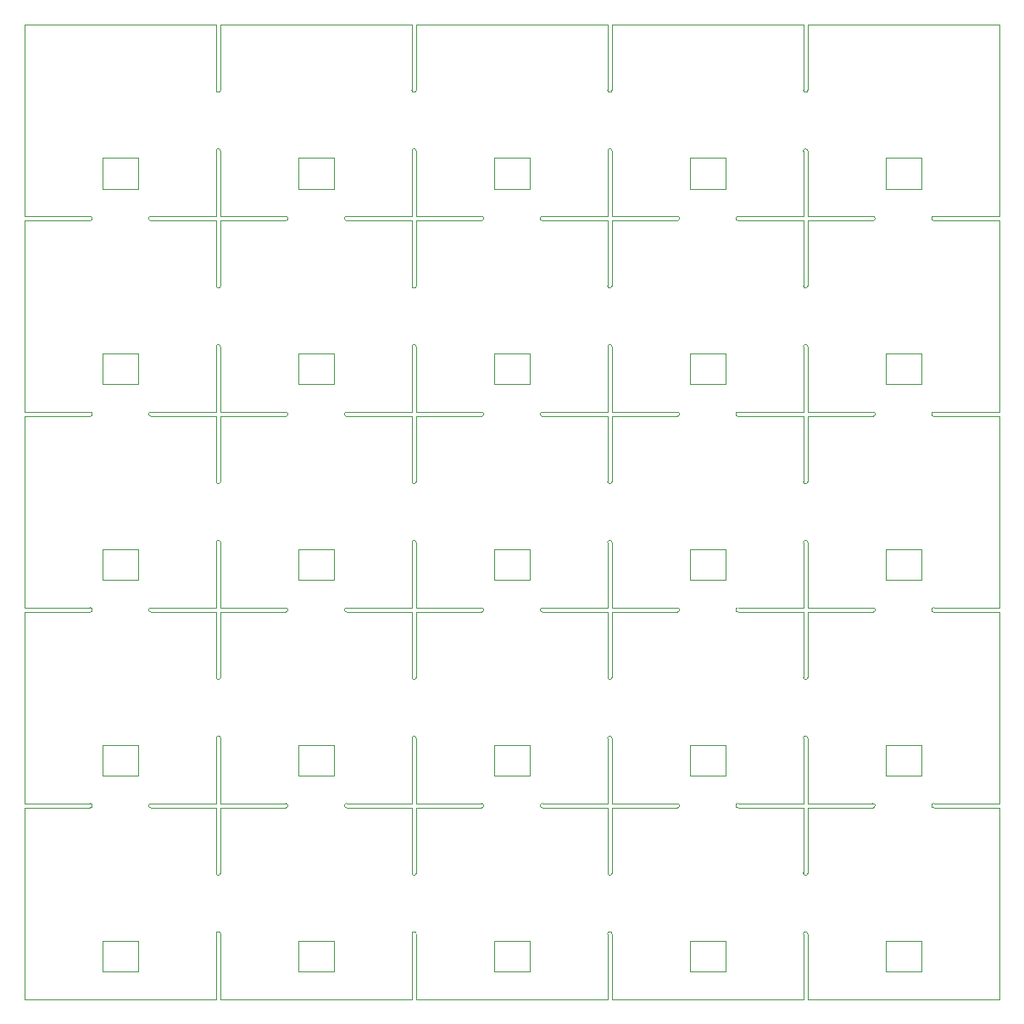
<source format=gbr>
%TF.GenerationSoftware,KiCad,Pcbnew,(5.1.9)-1*%
%TF.CreationDate,2021-03-09T21:07:52+01:00*%
%TF.ProjectId,cell,63656c6c-2e6b-4696-9361-645f70636258,rev?*%
%TF.SameCoordinates,Original*%
%TF.FileFunction,Profile,NP*%
%FSLAX46Y46*%
G04 Gerber Fmt 4.6, Leading zero omitted, Abs format (unit mm)*
G04 Created by KiCad (PCBNEW (5.1.9)-1) date 2021-03-09 21:07:52*
%MOMM*%
%LPD*%
G01*
G04 APERTURE LIST*
%TA.AperFunction,Profile*%
%ADD10C,0.100000*%
%TD*%
%TA.AperFunction,Profile*%
%ADD11C,0.120000*%
%TD*%
G04 APERTURE END LIST*
D10*
X187500000Y-152900000D02*
X187500000Y-159000000D01*
X187500000Y-133350000D02*
X187500000Y-139450000D01*
X187500000Y-113800000D02*
X187500000Y-119900000D01*
X187500000Y-94250000D02*
X187500000Y-100350000D01*
X187500000Y-74700000D02*
X187500000Y-80800000D01*
X174900000Y-165500000D02*
X181000000Y-165500000D01*
X155350000Y-165500000D02*
X161450000Y-165500000D01*
X135800000Y-165500000D02*
X141900000Y-165500000D01*
X116250000Y-165500000D02*
X122350000Y-165500000D01*
X96700000Y-165500000D02*
X102800000Y-165500000D01*
X90200000Y-152900000D02*
X90200000Y-159000000D01*
X90200000Y-133350000D02*
X90200000Y-139450000D01*
X90200000Y-113800000D02*
X90200000Y-119900000D01*
X90200000Y-94250000D02*
X90200000Y-100350000D01*
X90200000Y-74700000D02*
X90200000Y-80800000D01*
X174900000Y-68200000D02*
X181000000Y-68200000D01*
X155350000Y-68200000D02*
X161450000Y-68200000D01*
X135800000Y-68200000D02*
X141900000Y-68200000D01*
X116250000Y-68200000D02*
X122350000Y-68200000D01*
X96700000Y-68200000D02*
X102800000Y-68200000D01*
X168400000Y-146400000D02*
X168400000Y-152900000D01*
X148850000Y-146400000D02*
X148850000Y-152900000D01*
X129300000Y-146400000D02*
X129300000Y-152900000D01*
X109750000Y-146400000D02*
X109750000Y-152900000D01*
X90200000Y-146400000D02*
X90200000Y-152900000D01*
X168400000Y-126850000D02*
X168400000Y-133350000D01*
X148850000Y-126850000D02*
X148850000Y-133350000D01*
X129300000Y-126850000D02*
X129300000Y-133350000D01*
X109750000Y-126850000D02*
X109750000Y-133350000D01*
X90200000Y-126850000D02*
X90200000Y-133350000D01*
X168400000Y-107300000D02*
X168400000Y-113800000D01*
X148850000Y-107300000D02*
X148850000Y-113800000D01*
X129300000Y-107300000D02*
X129300000Y-113800000D01*
X109750000Y-107300000D02*
X109750000Y-113800000D01*
X90200000Y-107300000D02*
X90200000Y-113800000D01*
X168400000Y-87750000D02*
X168400000Y-94250000D01*
X148850000Y-87750000D02*
X148850000Y-94250000D01*
X129300000Y-87750000D02*
X129300000Y-94250000D01*
X109750000Y-87750000D02*
X109750000Y-94250000D01*
X90200000Y-87750000D02*
X90200000Y-94250000D01*
X168400000Y-68200000D02*
X168400000Y-74700000D01*
X148850000Y-68200000D02*
X148850000Y-74700000D01*
X129300000Y-68200000D02*
X129300000Y-74700000D01*
X109750000Y-68200000D02*
X109750000Y-74700000D01*
X181000000Y-165500000D02*
X187500000Y-165500000D01*
X161450000Y-165500000D02*
X167950000Y-165500000D01*
X141900000Y-165500000D02*
X148400000Y-165500000D01*
X122350000Y-165500000D02*
X128850000Y-165500000D01*
X102800000Y-165500000D02*
X109300000Y-165500000D01*
X181000000Y-145950000D02*
X187500000Y-145950000D01*
X161450000Y-145950000D02*
X167950000Y-145950000D01*
X141900000Y-145950000D02*
X148400000Y-145950000D01*
X122350000Y-145950000D02*
X128850000Y-145950000D01*
X102800000Y-145950000D02*
X109300000Y-145950000D01*
X181000000Y-126400000D02*
X187500000Y-126400000D01*
X161450000Y-126400000D02*
X167950000Y-126400000D01*
X141900000Y-126400000D02*
X148400000Y-126400000D01*
X122350000Y-126400000D02*
X128850000Y-126400000D01*
X102800000Y-126400000D02*
X109300000Y-126400000D01*
X181000000Y-106850000D02*
X187500000Y-106850000D01*
X161450000Y-106850000D02*
X167950000Y-106850000D01*
X141900000Y-106850000D02*
X148400000Y-106850000D01*
X122350000Y-106850000D02*
X128850000Y-106850000D01*
X102800000Y-106850000D02*
X109300000Y-106850000D01*
X181000000Y-87300000D02*
X187500000Y-87300000D01*
X161450000Y-87300000D02*
X167950000Y-87300000D01*
X141900000Y-87300000D02*
X148400000Y-87300000D01*
X122350000Y-87300000D02*
X128850000Y-87300000D01*
X168400000Y-165500000D02*
X174900000Y-165500000D01*
X148850000Y-165500000D02*
X155350000Y-165500000D01*
X129300000Y-165500000D02*
X135800000Y-165500000D01*
X109750000Y-165500000D02*
X116250000Y-165500000D01*
X90200000Y-165500000D02*
X96700000Y-165500000D01*
X168400000Y-145950000D02*
X174900000Y-145950000D01*
X148850000Y-145950000D02*
X155350000Y-145950000D01*
X129300000Y-145950000D02*
X135800000Y-145950000D01*
X109750000Y-145950000D02*
X116250000Y-145950000D01*
X90200000Y-145950000D02*
X96700000Y-145950000D01*
X168400000Y-126400000D02*
X174900000Y-126400000D01*
X148850000Y-126400000D02*
X155350000Y-126400000D01*
X129300000Y-126400000D02*
X135800000Y-126400000D01*
X109750000Y-126400000D02*
X116250000Y-126400000D01*
X90200000Y-126400000D02*
X96700000Y-126400000D01*
X168400000Y-106850000D02*
X174900000Y-106850000D01*
X148850000Y-106850000D02*
X155350000Y-106850000D01*
X129300000Y-106850000D02*
X135800000Y-106850000D01*
X109750000Y-106850000D02*
X116250000Y-106850000D01*
X90200000Y-106850000D02*
X96700000Y-106850000D01*
X168400000Y-87300000D02*
X174900000Y-87300000D01*
X148850000Y-87300000D02*
X155350000Y-87300000D01*
X129300000Y-87300000D02*
X135800000Y-87300000D01*
X109750000Y-87300000D02*
X116250000Y-87300000D01*
X168400000Y-152900000D02*
G75*
G02*
X167950000Y-152900000I-225000J0D01*
G01*
X148850000Y-152900000D02*
G75*
G02*
X148400000Y-152900000I-225000J0D01*
G01*
X129300000Y-152900000D02*
G75*
G02*
X128850000Y-152900000I-225000J0D01*
G01*
X109750000Y-152900000D02*
G75*
G02*
X109300000Y-152900000I-225000J0D01*
G01*
X168400000Y-133350000D02*
G75*
G02*
X167950000Y-133350000I-225000J0D01*
G01*
X148850000Y-133350000D02*
G75*
G02*
X148400000Y-133350000I-225000J0D01*
G01*
X129300000Y-133350000D02*
G75*
G02*
X128850000Y-133350000I-225000J0D01*
G01*
X109750000Y-133350000D02*
G75*
G02*
X109300000Y-133350000I-225000J0D01*
G01*
X168400000Y-113800000D02*
G75*
G02*
X167950000Y-113800000I-225000J0D01*
G01*
X148850000Y-113800000D02*
G75*
G02*
X148400000Y-113800000I-225000J0D01*
G01*
X129300000Y-113800000D02*
G75*
G02*
X128850000Y-113800000I-225000J0D01*
G01*
X109750000Y-113800000D02*
G75*
G02*
X109300000Y-113800000I-225000J0D01*
G01*
X168400000Y-94250000D02*
G75*
G02*
X167950000Y-94250000I-225000J0D01*
G01*
X148850000Y-94250000D02*
G75*
G02*
X148400000Y-94250000I-225000J0D01*
G01*
X129300000Y-94250000D02*
G75*
G02*
X128850000Y-94250000I-225000J0D01*
G01*
X109750000Y-94250000D02*
G75*
G02*
X109300000Y-94250000I-225000J0D01*
G01*
X168400000Y-74700000D02*
G75*
G02*
X167950000Y-74700000I-225000J0D01*
G01*
X148850000Y-74700000D02*
G75*
G02*
X148400000Y-74700000I-225000J0D01*
G01*
X129300000Y-74700000D02*
G75*
G02*
X128850000Y-74700000I-225000J0D01*
G01*
X168400000Y-159000000D02*
X168400000Y-165500000D01*
X148850000Y-159000000D02*
X148850000Y-165500000D01*
X129300000Y-159000000D02*
X129300000Y-165500000D01*
X109750000Y-159000000D02*
X109750000Y-165500000D01*
X90200000Y-159000000D02*
X90200000Y-165500000D01*
X168400000Y-139450000D02*
X168400000Y-145950000D01*
X148850000Y-139450000D02*
X148850000Y-145950000D01*
X129300000Y-139450000D02*
X129300000Y-145950000D01*
X109750000Y-139450000D02*
X109750000Y-145950000D01*
X90200000Y-139450000D02*
X90200000Y-145950000D01*
X168400000Y-119900000D02*
X168400000Y-126400000D01*
X148850000Y-119900000D02*
X148850000Y-126400000D01*
X129300000Y-119900000D02*
X129300000Y-126400000D01*
X109750000Y-119900000D02*
X109750000Y-126400000D01*
X90200000Y-119900000D02*
X90200000Y-126400000D01*
X168400000Y-100350000D02*
X168400000Y-106850000D01*
X148850000Y-100350000D02*
X148850000Y-106850000D01*
X129300000Y-100350000D02*
X129300000Y-106850000D01*
X109750000Y-100350000D02*
X109750000Y-106850000D01*
X90200000Y-100350000D02*
X90200000Y-106850000D01*
X168400000Y-80800000D02*
X168400000Y-87300000D01*
X148850000Y-80800000D02*
X148850000Y-87300000D01*
X129300000Y-80800000D02*
X129300000Y-87300000D01*
X109750000Y-80800000D02*
X109750000Y-87300000D01*
X167950000Y-159000000D02*
G75*
G02*
X168400000Y-159000000I225000J0D01*
G01*
X148400000Y-159000000D02*
G75*
G02*
X148850000Y-159000000I225000J0D01*
G01*
X128850000Y-159000000D02*
G75*
G02*
X129300000Y-159000000I225000J0D01*
G01*
X109300000Y-159000000D02*
G75*
G02*
X109750000Y-159000000I225000J0D01*
G01*
X167950000Y-139450000D02*
G75*
G02*
X168400000Y-139450000I225000J0D01*
G01*
X148400000Y-139450000D02*
G75*
G02*
X148850000Y-139450000I225000J0D01*
G01*
X128850000Y-139450000D02*
G75*
G02*
X129300000Y-139450000I225000J0D01*
G01*
X109300000Y-139450000D02*
G75*
G02*
X109750000Y-139450000I225000J0D01*
G01*
X167950000Y-119900000D02*
G75*
G02*
X168400000Y-119900000I225000J0D01*
G01*
X148400000Y-119900000D02*
G75*
G02*
X148850000Y-119900000I225000J0D01*
G01*
X128850000Y-119900000D02*
G75*
G02*
X129300000Y-119900000I225000J0D01*
G01*
X109300000Y-119900000D02*
G75*
G02*
X109750000Y-119900000I225000J0D01*
G01*
X167950000Y-100350000D02*
G75*
G02*
X168400000Y-100350000I225000J0D01*
G01*
X148400000Y-100350000D02*
G75*
G02*
X148850000Y-100350000I225000J0D01*
G01*
X128850000Y-100350000D02*
G75*
G02*
X129300000Y-100350000I225000J0D01*
G01*
X109300000Y-100350000D02*
G75*
G02*
X109750000Y-100350000I225000J0D01*
G01*
X167950000Y-80800000D02*
G75*
G02*
X168400000Y-80800000I225000J0D01*
G01*
X148400000Y-80800000D02*
G75*
G02*
X148850000Y-80800000I225000J0D01*
G01*
X128850000Y-80800000D02*
G75*
G02*
X129300000Y-80800000I225000J0D01*
G01*
X181000000Y-146400000D02*
G75*
G02*
X181000000Y-145950000I0J225000D01*
G01*
X161450000Y-146400000D02*
G75*
G02*
X161450000Y-145950000I0J225000D01*
G01*
X141900000Y-146400000D02*
G75*
G02*
X141900000Y-145950000I0J225000D01*
G01*
X122350000Y-146400000D02*
G75*
G02*
X122350000Y-145950000I0J225000D01*
G01*
X102800000Y-146400000D02*
G75*
G02*
X102800000Y-145950000I0J225000D01*
G01*
X181000000Y-126850000D02*
G75*
G02*
X181000000Y-126400000I0J225000D01*
G01*
X161450000Y-126850000D02*
G75*
G02*
X161450000Y-126400000I0J225000D01*
G01*
X141900000Y-126850000D02*
G75*
G02*
X141900000Y-126400000I0J225000D01*
G01*
X122350000Y-126850000D02*
G75*
G02*
X122350000Y-126400000I0J225000D01*
G01*
X102800000Y-126850000D02*
G75*
G02*
X102800000Y-126400000I0J225000D01*
G01*
X181000000Y-107300000D02*
G75*
G02*
X181000000Y-106850000I0J225000D01*
G01*
X161450000Y-107300000D02*
G75*
G02*
X161450000Y-106850000I0J225000D01*
G01*
X141900000Y-107300000D02*
G75*
G02*
X141900000Y-106850000I0J225000D01*
G01*
X122350000Y-107300000D02*
G75*
G02*
X122350000Y-106850000I0J225000D01*
G01*
X102800000Y-107300000D02*
G75*
G02*
X102800000Y-106850000I0J225000D01*
G01*
X181000000Y-87750000D02*
G75*
G02*
X181000000Y-87300000I0J225000D01*
G01*
X161450000Y-87750000D02*
G75*
G02*
X161450000Y-87300000I0J225000D01*
G01*
X141900000Y-87750000D02*
G75*
G02*
X141900000Y-87300000I0J225000D01*
G01*
X122350000Y-87750000D02*
G75*
G02*
X122350000Y-87300000I0J225000D01*
G01*
X187500000Y-146400000D02*
X187500000Y-152900000D01*
X167950000Y-146400000D02*
X167950000Y-152900000D01*
X148400000Y-146400000D02*
X148400000Y-152900000D01*
X128850000Y-146400000D02*
X128850000Y-152900000D01*
X109300000Y-146400000D02*
X109300000Y-152900000D01*
X187500000Y-126850000D02*
X187500000Y-133350000D01*
X167950000Y-126850000D02*
X167950000Y-133350000D01*
X148400000Y-126850000D02*
X148400000Y-133350000D01*
X128850000Y-126850000D02*
X128850000Y-133350000D01*
X109300000Y-126850000D02*
X109300000Y-133350000D01*
X187500000Y-107300000D02*
X187500000Y-113800000D01*
X167950000Y-107300000D02*
X167950000Y-113800000D01*
X148400000Y-107300000D02*
X148400000Y-113800000D01*
X128850000Y-107300000D02*
X128850000Y-113800000D01*
X109300000Y-107300000D02*
X109300000Y-113800000D01*
X187500000Y-87750000D02*
X187500000Y-94250000D01*
X167950000Y-87750000D02*
X167950000Y-94250000D01*
X148400000Y-87750000D02*
X148400000Y-94250000D01*
X128850000Y-87750000D02*
X128850000Y-94250000D01*
X109300000Y-87750000D02*
X109300000Y-94250000D01*
X187500000Y-68200000D02*
X187500000Y-74700000D01*
X167950000Y-68200000D02*
X167950000Y-74700000D01*
X148400000Y-68200000D02*
X148400000Y-74700000D01*
X128850000Y-68200000D02*
X128850000Y-74700000D01*
X187500000Y-146400000D02*
X181000000Y-146400000D01*
X167950000Y-146400000D02*
X161450000Y-146400000D01*
X148400000Y-146400000D02*
X141900000Y-146400000D01*
X128850000Y-146400000D02*
X122350000Y-146400000D01*
X109300000Y-146400000D02*
X102800000Y-146400000D01*
X187500000Y-126850000D02*
X181000000Y-126850000D01*
X167950000Y-126850000D02*
X161450000Y-126850000D01*
X148400000Y-126850000D02*
X141900000Y-126850000D01*
X128850000Y-126850000D02*
X122350000Y-126850000D01*
X109300000Y-126850000D02*
X102800000Y-126850000D01*
X187500000Y-107300000D02*
X181000000Y-107300000D01*
X167950000Y-107300000D02*
X161450000Y-107300000D01*
X148400000Y-107300000D02*
X141900000Y-107300000D01*
X128850000Y-107300000D02*
X122350000Y-107300000D01*
X109300000Y-107300000D02*
X102800000Y-107300000D01*
X187500000Y-87750000D02*
X181000000Y-87750000D01*
X167950000Y-87750000D02*
X161450000Y-87750000D01*
X148400000Y-87750000D02*
X141900000Y-87750000D01*
X128850000Y-87750000D02*
X122350000Y-87750000D01*
X109300000Y-87750000D02*
X102800000Y-87750000D01*
X187500000Y-68200000D02*
X181000000Y-68200000D01*
X167950000Y-68200000D02*
X161450000Y-68200000D01*
X148400000Y-68200000D02*
X141900000Y-68200000D01*
X128850000Y-68200000D02*
X122350000Y-68200000D01*
X174900000Y-145950000D02*
G75*
G02*
X174900000Y-146400000I0J-225000D01*
G01*
X155350000Y-145950000D02*
G75*
G02*
X155350000Y-146400000I0J-225000D01*
G01*
X135800000Y-145950000D02*
G75*
G02*
X135800000Y-146400000I0J-225000D01*
G01*
X116250000Y-145950000D02*
G75*
G02*
X116250000Y-146400000I0J-225000D01*
G01*
X96700000Y-145950000D02*
G75*
G02*
X96700000Y-146400000I0J-225000D01*
G01*
X174900000Y-126400000D02*
G75*
G02*
X174900000Y-126850000I0J-225000D01*
G01*
X155350000Y-126400000D02*
G75*
G02*
X155350000Y-126850000I0J-225000D01*
G01*
X135800000Y-126400000D02*
G75*
G02*
X135800000Y-126850000I0J-225000D01*
G01*
X116250000Y-126400000D02*
G75*
G02*
X116250000Y-126850000I0J-225000D01*
G01*
X96700000Y-126400000D02*
G75*
G02*
X96700000Y-126850000I0J-225000D01*
G01*
X174900000Y-106850000D02*
G75*
G02*
X174900000Y-107300000I0J-225000D01*
G01*
X155350000Y-106850000D02*
G75*
G02*
X155350000Y-107300000I0J-225000D01*
G01*
X135800000Y-106850000D02*
G75*
G02*
X135800000Y-107300000I0J-225000D01*
G01*
X116250000Y-106850000D02*
G75*
G02*
X116250000Y-107300000I0J-225000D01*
G01*
X96700000Y-106850000D02*
G75*
G02*
X96700000Y-107300000I0J-225000D01*
G01*
X174900000Y-87300000D02*
G75*
G02*
X174900000Y-87750000I0J-225000D01*
G01*
X155350000Y-87300000D02*
G75*
G02*
X155350000Y-87750000I0J-225000D01*
G01*
X135800000Y-87300000D02*
G75*
G02*
X135800000Y-87750000I0J-225000D01*
G01*
X116250000Y-87300000D02*
G75*
G02*
X116250000Y-87750000I0J-225000D01*
G01*
X187500000Y-159000000D02*
X187500000Y-165500000D01*
X167950000Y-159000000D02*
X167950000Y-165500000D01*
X148400000Y-159000000D02*
X148400000Y-165500000D01*
X128850000Y-159000000D02*
X128850000Y-165500000D01*
X109300000Y-159000000D02*
X109300000Y-165500000D01*
X187500000Y-139450000D02*
X187500000Y-145950000D01*
X167950000Y-139450000D02*
X167950000Y-145950000D01*
X148400000Y-139450000D02*
X148400000Y-145950000D01*
X128850000Y-139450000D02*
X128850000Y-145950000D01*
X109300000Y-139450000D02*
X109300000Y-145950000D01*
X187500000Y-119900000D02*
X187500000Y-126400000D01*
X167950000Y-119900000D02*
X167950000Y-126400000D01*
X148400000Y-119900000D02*
X148400000Y-126400000D01*
X128850000Y-119900000D02*
X128850000Y-126400000D01*
X109300000Y-119900000D02*
X109300000Y-126400000D01*
X187500000Y-100350000D02*
X187500000Y-106850000D01*
X167950000Y-100350000D02*
X167950000Y-106850000D01*
X148400000Y-100350000D02*
X148400000Y-106850000D01*
X128850000Y-100350000D02*
X128850000Y-106850000D01*
X109300000Y-100350000D02*
X109300000Y-106850000D01*
X187500000Y-80800000D02*
X187500000Y-87300000D01*
X167950000Y-80800000D02*
X167950000Y-87300000D01*
X148400000Y-80800000D02*
X148400000Y-87300000D01*
X128850000Y-80800000D02*
X128850000Y-87300000D01*
X174900000Y-146400000D02*
X168400000Y-146400000D01*
X155350000Y-146400000D02*
X148850000Y-146400000D01*
X135800000Y-146400000D02*
X129300000Y-146400000D01*
X116250000Y-146400000D02*
X109750000Y-146400000D01*
X96700000Y-146400000D02*
X90200000Y-146400000D01*
X174900000Y-126850000D02*
X168400000Y-126850000D01*
X155350000Y-126850000D02*
X148850000Y-126850000D01*
X135800000Y-126850000D02*
X129300000Y-126850000D01*
X116250000Y-126850000D02*
X109750000Y-126850000D01*
X96700000Y-126850000D02*
X90200000Y-126850000D01*
X174900000Y-107300000D02*
X168400000Y-107300000D01*
X155350000Y-107300000D02*
X148850000Y-107300000D01*
X135800000Y-107300000D02*
X129300000Y-107300000D01*
X116250000Y-107300000D02*
X109750000Y-107300000D01*
X96700000Y-107300000D02*
X90200000Y-107300000D01*
X174900000Y-87750000D02*
X168400000Y-87750000D01*
X155350000Y-87750000D02*
X148850000Y-87750000D01*
X135800000Y-87750000D02*
X129300000Y-87750000D01*
X116250000Y-87750000D02*
X109750000Y-87750000D01*
X96700000Y-87750000D02*
X90200000Y-87750000D01*
X174900000Y-68200000D02*
X168400000Y-68200000D01*
X155350000Y-68200000D02*
X148850000Y-68200000D01*
X135800000Y-68200000D02*
X129300000Y-68200000D01*
X116250000Y-68200000D02*
X109750000Y-68200000D01*
X90200000Y-68200000D02*
X90200000Y-74700000D01*
X90200000Y-80800000D02*
X90200000Y-87300000D01*
X109300000Y-68200000D02*
X102800000Y-68200000D01*
X96700000Y-68200000D02*
X90200000Y-68200000D01*
X96700000Y-87300000D02*
G75*
G02*
X96700000Y-87750000I0J-225000D01*
G01*
X90200000Y-87300000D02*
X96700000Y-87300000D01*
X102800000Y-87750000D02*
G75*
G02*
X102800000Y-87300000I0J225000D01*
G01*
X102800000Y-87300000D02*
X109300000Y-87300000D01*
X109300000Y-80800000D02*
G75*
G02*
X109750000Y-80800000I225000J0D01*
G01*
X109300000Y-80800000D02*
X109300000Y-87300000D01*
X109750000Y-74700000D02*
G75*
G02*
X109300000Y-74700000I-225000J0D01*
G01*
X109300000Y-68200000D02*
X109300000Y-74700000D01*
D11*
%TO.C,L1*%
X179750000Y-162750000D02*
X176150000Y-162750000D01*
X179750000Y-159650000D02*
X179750000Y-162750000D01*
X176150000Y-159650000D02*
X179750000Y-159650000D01*
X176150000Y-162750000D02*
X176150000Y-159650000D01*
X160200000Y-162750000D02*
X156600000Y-162750000D01*
X160200000Y-159650000D02*
X160200000Y-162750000D01*
X156600000Y-159650000D02*
X160200000Y-159650000D01*
X156600000Y-162750000D02*
X156600000Y-159650000D01*
X140650000Y-162750000D02*
X137050000Y-162750000D01*
X140650000Y-159650000D02*
X140650000Y-162750000D01*
X137050000Y-159650000D02*
X140650000Y-159650000D01*
X137050000Y-162750000D02*
X137050000Y-159650000D01*
X121100000Y-162750000D02*
X117500000Y-162750000D01*
X121100000Y-159650000D02*
X121100000Y-162750000D01*
X117500000Y-159650000D02*
X121100000Y-159650000D01*
X117500000Y-162750000D02*
X117500000Y-159650000D01*
X101550000Y-162750000D02*
X97950000Y-162750000D01*
X101550000Y-159650000D02*
X101550000Y-162750000D01*
X97950000Y-159650000D02*
X101550000Y-159650000D01*
X97950000Y-162750000D02*
X97950000Y-159650000D01*
X179750000Y-143200000D02*
X176150000Y-143200000D01*
X179750000Y-140100000D02*
X179750000Y-143200000D01*
X176150000Y-140100000D02*
X179750000Y-140100000D01*
X176150000Y-143200000D02*
X176150000Y-140100000D01*
X160200000Y-143200000D02*
X156600000Y-143200000D01*
X160200000Y-140100000D02*
X160200000Y-143200000D01*
X156600000Y-140100000D02*
X160200000Y-140100000D01*
X156600000Y-143200000D02*
X156600000Y-140100000D01*
X140650000Y-143200000D02*
X137050000Y-143200000D01*
X140650000Y-140100000D02*
X140650000Y-143200000D01*
X137050000Y-140100000D02*
X140650000Y-140100000D01*
X137050000Y-143200000D02*
X137050000Y-140100000D01*
X121100000Y-143200000D02*
X117500000Y-143200000D01*
X121100000Y-140100000D02*
X121100000Y-143200000D01*
X117500000Y-140100000D02*
X121100000Y-140100000D01*
X117500000Y-143200000D02*
X117500000Y-140100000D01*
X101550000Y-143200000D02*
X97950000Y-143200000D01*
X101550000Y-140100000D02*
X101550000Y-143200000D01*
X97950000Y-140100000D02*
X101550000Y-140100000D01*
X97950000Y-143200000D02*
X97950000Y-140100000D01*
X179750000Y-123650000D02*
X176150000Y-123650000D01*
X179750000Y-120550000D02*
X179750000Y-123650000D01*
X176150000Y-120550000D02*
X179750000Y-120550000D01*
X176150000Y-123650000D02*
X176150000Y-120550000D01*
X160200000Y-123650000D02*
X156600000Y-123650000D01*
X160200000Y-120550000D02*
X160200000Y-123650000D01*
X156600000Y-120550000D02*
X160200000Y-120550000D01*
X156600000Y-123650000D02*
X156600000Y-120550000D01*
X140650000Y-123650000D02*
X137050000Y-123650000D01*
X140650000Y-120550000D02*
X140650000Y-123650000D01*
X137050000Y-120550000D02*
X140650000Y-120550000D01*
X137050000Y-123650000D02*
X137050000Y-120550000D01*
X121100000Y-123650000D02*
X117500000Y-123650000D01*
X121100000Y-120550000D02*
X121100000Y-123650000D01*
X117500000Y-120550000D02*
X121100000Y-120550000D01*
X117500000Y-123650000D02*
X117500000Y-120550000D01*
X101550000Y-123650000D02*
X97950000Y-123650000D01*
X101550000Y-120550000D02*
X101550000Y-123650000D01*
X97950000Y-120550000D02*
X101550000Y-120550000D01*
X97950000Y-123650000D02*
X97950000Y-120550000D01*
X179750000Y-104100000D02*
X176150000Y-104100000D01*
X179750000Y-101000000D02*
X179750000Y-104100000D01*
X176150000Y-101000000D02*
X179750000Y-101000000D01*
X176150000Y-104100000D02*
X176150000Y-101000000D01*
X160200000Y-104100000D02*
X156600000Y-104100000D01*
X160200000Y-101000000D02*
X160200000Y-104100000D01*
X156600000Y-101000000D02*
X160200000Y-101000000D01*
X156600000Y-104100000D02*
X156600000Y-101000000D01*
X140650000Y-104100000D02*
X137050000Y-104100000D01*
X140650000Y-101000000D02*
X140650000Y-104100000D01*
X137050000Y-101000000D02*
X140650000Y-101000000D01*
X137050000Y-104100000D02*
X137050000Y-101000000D01*
X121100000Y-104100000D02*
X117500000Y-104100000D01*
X121100000Y-101000000D02*
X121100000Y-104100000D01*
X117500000Y-101000000D02*
X121100000Y-101000000D01*
X117500000Y-104100000D02*
X117500000Y-101000000D01*
X101550000Y-104100000D02*
X97950000Y-104100000D01*
X101550000Y-101000000D02*
X101550000Y-104100000D01*
X97950000Y-101000000D02*
X101550000Y-101000000D01*
X97950000Y-104100000D02*
X97950000Y-101000000D01*
X179750000Y-84550000D02*
X176150000Y-84550000D01*
X179750000Y-81450000D02*
X179750000Y-84550000D01*
X176150000Y-81450000D02*
X179750000Y-81450000D01*
X176150000Y-84550000D02*
X176150000Y-81450000D01*
X160200000Y-84550000D02*
X156600000Y-84550000D01*
X160200000Y-81450000D02*
X160200000Y-84550000D01*
X156600000Y-81450000D02*
X160200000Y-81450000D01*
X156600000Y-84550000D02*
X156600000Y-81450000D01*
X140650000Y-84550000D02*
X137050000Y-84550000D01*
X140650000Y-81450000D02*
X140650000Y-84550000D01*
X137050000Y-81450000D02*
X140650000Y-81450000D01*
X137050000Y-84550000D02*
X137050000Y-81450000D01*
X121100000Y-84550000D02*
X117500000Y-84550000D01*
X121100000Y-81450000D02*
X121100000Y-84550000D01*
X117500000Y-81450000D02*
X121100000Y-81450000D01*
X117500000Y-84550000D02*
X117500000Y-81450000D01*
X97950000Y-84550000D02*
X97950000Y-81450000D01*
X97950000Y-81450000D02*
X101550000Y-81450000D01*
X101550000Y-81450000D02*
X101550000Y-84550000D01*
X101550000Y-84550000D02*
X97950000Y-84550000D01*
%TD*%
M02*

</source>
